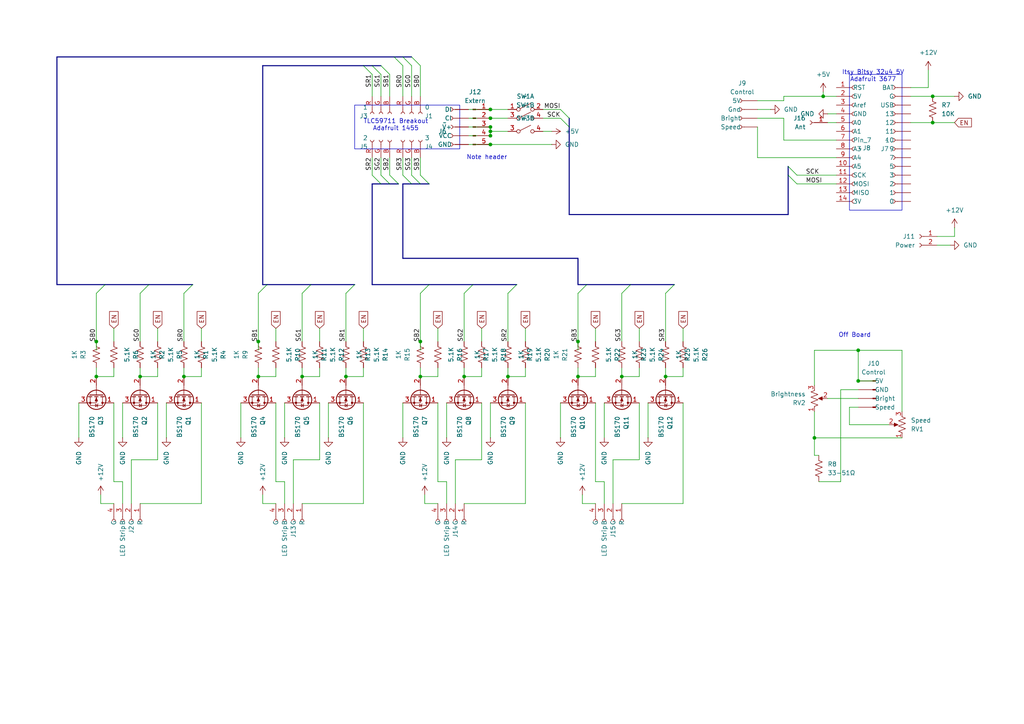
<source format=kicad_sch>
(kicad_sch (version 20231120) (generator "eeschema") (generator_version "8.0")
  (paper "A4")
  (lib_symbols
    (symbol "Conn_01x04_Socket_1" (pin_numbers hide) (pin_names (offset 1.016))
      (property "Reference" "J9" (at 1.27 0.0001 0))
      (property "Value" "Control" (at 1.27 -2.5399 0))
      (symbol "Conn_01x04_Socket_1_1_1"
        (pin passive line (at -5.08 2.54 0) (length 3.81) (name "5V") (number "1"))
        (pin passive line (at -5.08 0 0) (length 3.81) (name "Gnd") (number "2"))
        (pin passive line (at -5.08 -2.54 0) (length 3.81) (name "Bright") (number "3"))
        (pin passive line (at -5.08 -5.08 0) (length 3.81) (name "Speed") (number "4"))
      )
    )
    (symbol "Conn_01x14_Socket_1" (pin_numbers hide) (pin_names (offset 1.016))
      (property "Reference" "J7" (at 1.27 0.0001 0))
      (symbol "Conn_01x14_Socket_1_1_1"
        (pin power_in line (at -5.08 15.24 0) (length 3.81) (name "0") (number "1"))
        (pin passive line (at -5.08 -7.62 0) (length 3.81) (name "12") (number "10"))
        (pin passive line (at -5.08 -10.16 0) (length 3.81) (name "13") (number "11"))
        (pin passive line (at -5.08 -12.7 0) (length 3.81) (name "USB") (number "12"))
        (pin passive line (at -5.08 -15.24 0) (length 3.81) (name "G") (number "13"))
        (pin passive line (at -5.08 -17.78 0) (length 3.81) (name "BAT") (number "14"))
        (pin passive line (at -5.08 12.7 0) (length 3.81) (name "1") (number "2"))
        (pin passive line (at -5.08 10.16 0) (length 3.81) (name "2") (number "3"))
        (pin passive line (at -5.08 7.62 0) (length 3.81) (name "3") (number "4"))
        (pin passive line (at -5.08 5.08 0) (length 3.81) (name "5") (number "5"))
        (pin passive line (at -5.08 2.54 0) (length 3.81) (name "7") (number "6"))
        (pin passive line (at -5.08 0 0) (length 3.81) (name "9") (number "7"))
        (pin passive line (at -5.08 -2.54 0) (length 3.81) (name "10") (number "8"))
        (pin passive line (at -5.08 -5.08 0) (length 3.81) (name "11") (number "9"))
      )
    )
    (symbol "Connector:Conn_01x01_Socket" (pin_names (offset 1.016) hide)
      (property "Reference" "J" (at 0 2.54 0))
      (property "Value" "Conn_01x01_Socket" (at 0 -2.54 0))
      (symbol "Conn_01x01_Socket_1_1"
        (pin passive line (at -5.08 0 0) (length 3.81) (name "Pin_1") (number "1"))
      )
    )
    (symbol "Connector:Conn_01x02_Socket" (pin_names (offset 1.016) hide)
      (property "Reference" "J" (at 0 2.54 0))
      (property "Value" "Conn_01x02_Socket" (at 0 -5.08 0))
      (symbol "Conn_01x02_Socket_1_1"
        (pin passive line (at -5.08 0 0) (length 3.81) (name "Pin_1") (number "1"))
        (pin passive line (at -5.08 -2.54 0) (length 3.81) (name "Pin_2") (number "2"))
      )
    )
    (symbol "Connector:Conn_01x03_Socket" (pin_names (offset 1.016) hide)
      (property "Reference" "J1" (at 2.54 0 90))
      (property "Value" "0" (at 5.08 0 90))
      (symbol "Conn_01x03_Socket_1_1"
        (pin input line (at -5.08 -2.54 0) (length 3.81) (name "Pin_3") (number "B"))
        (pin input line (at -5.08 0 0) (length 3.81) (name "Pin_2") (number "G"))
        (pin input line (at -5.08 2.54 0) (length 3.81) (name "Pin_1") (number "R"))
      )
    )
    (symbol "Connector:Conn_01x04_Pin" (pin_numbers hide) (pin_names (offset 1.016))
      (property "Reference" "J10" (at 0.635 7.62 0))
      (property "Value" "Control" (at 0.635 5.08 0))
      (symbol "Conn_01x04_Pin_1_1"
        (pin passive line (at 5.08 2.54 180) (length 3.81) (name "5V") (number "1"))
        (pin passive line (at 5.08 0 180) (length 3.81) (name "GND") (number "2"))
        (pin passive line (at 5.08 -2.54 180) (length 3.81) (name "Bright") (number "3"))
        (pin passive line (at 5.08 -5.08 180) (length 3.81) (name "Speed") (number "4"))
      )
    )
    (symbol "Connector:Conn_01x04_Socket" (pin_names (offset 1.016))
      (property "Reference" "J2" (at 1.27 0.0001 0))
      (property "Value" "Conn_01x04_Socket" (at 1.27 -2.5399 0))
      (symbol "Conn_01x04_Socket_1_1"
        (pin passive line (at -5.08 2.54 0) (length 3.81) (name "R") (number "1"))
        (pin passive line (at -5.08 0 0) (length 3.81) (name "G") (number "2"))
        (pin passive line (at -5.08 -2.54 0) (length 3.81) (name "B") (number "3"))
        (pin passive line (at -5.08 -5.08 0) (length 3.81) (name "G") (number "4"))
      )
    )
    (symbol "Connector:Conn_01x05_Pin" (pin_names (offset 1.016) hide)
      (property "Reference" "J" (at 0 7.62 0))
      (property "Value" "Conn_01x05_Pin" (at 0 -7.62 0))
      (symbol "Conn_01x05_Pin_1_1"
        (pin passive line (at 5.08 5.08 180) (length 3.81) (name "Pin_1") (number "1"))
        (pin passive line (at 5.08 2.54 180) (length 3.81) (name "Pin_2") (number "2"))
        (pin passive line (at 5.08 0 180) (length 3.81) (name "Pin_3") (number "3"))
        (pin passive line (at 5.08 -2.54 180) (length 3.81) (name "Pin_4") (number "4"))
        (pin passive line (at 5.08 -5.08 180) (length 3.81) (name "Pin_5") (number "5"))
      )
    )
    (symbol "Connector:Conn_01x05_Socket" (pin_numbers hide) (pin_names (offset 1.016))
      (property "Reference" "J6" (at 1.27 1.2701 0))
      (symbol "Conn_01x05_Socket_1_1"
        (pin passive line (at -5.08 5.08 0) (length 3.81) (name "GND") (number "1"))
        (pin passive line (at -5.08 2.54 0) (length 3.81) (name "VCC") (number "2"))
        (pin passive line (at -5.08 0 0) (length 3.81) (name "V+") (number "3"))
        (pin passive line (at -5.08 -2.54 0) (length 3.81) (name "CI") (number "4"))
        (pin passive line (at -5.08 -5.08 0) (length 3.81) (name "DI") (number "5"))
      )
    )
    (symbol "Connector:Conn_01x14_Socket" (pin_names (offset 1.016))
      (property "Reference" "J8" (at 1.27 0.0001 0))
      (property "Value" "~" (at 1.27 -2.5399 0))
      (symbol "Conn_01x14_Socket_1_1"
        (pin passive line (at -5.08 15.24 0) (length 3.81) (name "RST") (number "1"))
        (pin passive line (at -5.08 -7.62 0) (length 3.81) (name "A5") (number "10"))
        (pin passive line (at -5.08 -10.16 0) (length 3.81) (name "SCK") (number "11"))
        (pin passive line (at -5.08 -12.7 0) (length 3.81) (name "MOSI") (number "12"))
        (pin passive line (at -5.08 -15.24 0) (length 3.81) (name "MISO") (number "13"))
        (pin passive line (at -5.08 -17.78 0) (length 3.81) (name "3V") (number "14"))
        (pin passive line (at -5.08 12.7 0) (length 3.81) (name "5V") (number "2"))
        (pin passive line (at -5.08 10.16 0) (length 3.81) (name "Aref") (number "3"))
        (pin passive line (at -5.08 7.62 0) (length 3.81) (name "GND") (number "4"))
        (pin passive line (at -5.08 5.08 0) (length 3.81) (name "A0") (number "5"))
        (pin passive line (at -5.08 2.54 0) (length 3.81) (name "A1") (number "6"))
        (pin passive line (at -5.08 0 0) (length 3.81) (name "Pin_7") (number "7"))
        (pin passive line (at -5.08 -2.54 0) (length 3.81) (name "A3") (number "8"))
        (pin passive line (at -5.08 -5.08 0) (length 3.81) (name "A4") (number "9"))
      )
    )
    (symbol "Device:R_Potentiometer_US" (pin_names (offset 1.016) hide)
      (property "Reference" "RV" (at -4.445 0 90))
      (property "Value" "R_Potentiometer_US" (at -2.54 0 90))
      (symbol "R_Potentiometer_US_1_1"
        (pin passive line (at 0 3.81 270) (length 1.27) (name "1") (number "1"))
        (pin passive line (at 3.81 0 180) (length 1.27) (name "2") (number "2"))
        (pin passive line (at 0 -3.81 90) (length 1.27) (name "3") (number "3"))
      )
    )
    (symbol "Device:R_US" (pin_numbers hide) (pin_names (offset 0))
      (property "Reference" "R" (at 2.54 0 90))
      (property "Value" "R_US" (at -2.54 0 90))
      (symbol "R_US_1_1"
        (pin passive line (at 0 3.81 270) (length 1.27) (name "~") (number "1"))
        (pin passive line (at 0 -3.81 90) (length 1.27) (name "~") (number "2"))
      )
    )
    (symbol "Switch:SW_DPST_x2" (pin_names (offset 0) hide)
      (property "Reference" "SW" (at 0 3.175 0))
      (property "Value" "SW_DPST_x2" (at 0 -2.54 0))
      (symbol "SW_DPST_x2_1_1"
        (pin passive line (at -5.08 0 0) (length 2.54) (name "A") (number "1"))
        (pin passive line (at 5.08 0 180) (length 2.54) (name "B") (number "2"))
      )
      (symbol "SW_DPST_x2_2_1"
        (pin passive line (at -5.08 0 0) (length 2.54) (name "A") (number "3"))
        (pin passive line (at 5.08 0 180) (length 2.54) (name "B") (number "4"))
      )
    )
    (symbol "Transistor_FET:BS170" (pin_names hide)
      (property "Reference" "Q" (at 5.08 1.905 0))
      (property "Value" "BS170" (at 5.08 0 0))
      (symbol "BS170_1_1"
        (pin passive line (at 2.54 5.08 270) (length 2.54) (name "D") (number "1"))
        (pin input line (at -5.08 0 0) (length 2.54) (name "G") (number "2"))
        (pin passive line (at 2.54 -5.08 90) (length 2.54) (name "S") (number "3"))
      )
    )
    (symbol "power:+12V" (power) (pin_numbers hide) (pin_names (offset 0) hide)
      (property "Value" "+12V" (at 0 3.556 0))
      (symbol "+12V_1_1"
        (pin power_in line (at 0 0 90) (length 0) (name "~") (number "1"))
      )
    )
    (symbol "power:+5V" (power) (pin_numbers hide) (pin_names (offset 0) hide)
      (property "Value" "+5V" (at 0 3.556 0))
      (symbol "+5V_1_1"
        (pin power_in line (at 0 0 90) (length 0) (name "~") (number "1"))
      )
    )
    (symbol "power:GND" (power) (pin_numbers hide) (pin_names (offset 0) hide)
      (property "Value" "GND" (at 0 -3.81 0))
      (symbol "GND_1_1"
        (pin power_in line (at 0 0 270) (length 0) (name "~") (number "1"))
      )
    )
  )
  (junction (at 142.24 36.83))
  (junction (at 238.76 27.94))
  (junction (at 142.24 38.1))
  (junction (at 74.93 99.06))
  (junction (at 147.32 109.22))
  (junction (at 180.34 109.22))
  (junction (at 142.24 31.75))
  (junction (at 248.92 110.49))
  (junction (at 53.34 109.22))
  (junction (at 121.92 99.06))
  (junction (at 142.24 39.37))
  (junction (at 40.64 109.22))
  (junction (at 167.64 109.22))
  (junction (at 142.24 41.91))
  (junction (at 167.64 99.06))
  (junction (at 270.51 27.94))
  (junction (at 74.93 109.22))
  (junction (at 27.94 109.22))
  (junction (at 270.51 35.56))
  (junction (at 134.62 109.22))
  (junction (at 193.04 109.22))
  (junction (at 27.94 99.06))
  (junction (at 236.22 127))
  (junction (at 142.24 34.29))
  (junction (at 87.63 109.22))
  (junction (at 121.92 109.22))
  (junction (at 100.33 109.22))
  (junction (at 248.92 101.6))
  (bus_entry (at 228.6 50.8) (size 2.54 2.54))
  (bus_entry (at 165.1 34.29) (size -2.54 -2.54))
  (bus_entry (at 105.41 19.05) (size 2.54 2.54))
  (bus_entry (at 102.87 82.55) (size -2.54 2.54))
  (bus_entry (at 116.84 19.05) (size -2.54 -2.54))
  (bus_entry (at 43.18 82.55) (size -2.54 2.54))
  (bus_entry (at 121.92 19.05) (size -2.54 -2.54))
  (bus_entry (at 170.18 82.55) (size -2.54 2.54))
  (bus_entry (at 30.48 82.55) (size -2.54 2.54))
  (bus_entry (at 119.38 50.8) (size 2.54 2.54))
  (bus_entry (at 110.49 50.8) (size 2.54 2.54))
  (bus_entry (at 195.58 82.55) (size -2.54 2.54))
  (bus_entry (at 116.84 50.8) (size 2.54 2.54))
  (bus_entry (at 55.88 82.55) (size -2.54 2.54))
  (bus_entry (at 107.95 19.05) (size 2.54 2.54))
  (bus_entry (at 121.92 50.8) (size 2.54 2.54))
  (bus_entry (at 119.38 19.05) (size -2.54 -2.54))
  (bus_entry (at 228.6 48.26) (size 2.54 2.54))
  (bus_entry (at 113.03 50.8) (size 2.54 2.54))
  (bus_entry (at 77.47 82.55) (size -2.54 2.54))
  (bus_entry (at 90.17 82.55) (size -2.54 2.54))
  (bus_entry (at 182.88 82.55) (size -2.54 2.54))
  (bus_entry (at 165.1 36.83) (size -2.54 -2.54))
  (bus_entry (at 110.49 19.05) (size 2.54 2.54))
  (bus_entry (at 149.86 82.55) (size -2.54 2.54))
  (bus_entry (at 124.46 82.55) (size -2.54 2.54))
  (bus_entry (at 137.16 82.55) (size -2.54 2.54))
  (bus_entry (at 107.95 50.8) (size 2.54 2.54))
  (wire (pts (xy 127 139.7) (xy 129.54 139.7)))
  (wire (pts (xy 180.34 85.09) (xy 180.34 99.06)))
  (wire (pts (xy 167.64 106.68) (xy 167.64 109.22)))
  (wire (pts (xy 92.71 106.68) (xy 92.71 109.22)))
  (wire (pts (xy 116.84 116.84) (xy 116.84 127)))
  (wire (pts (xy 58.42 99.06) (xy 58.42 95.25)))
  (wire (pts (xy 107.95 21.59) (xy 107.95 27.94)))
  (wire (pts (xy 121.92 27.94) (xy 121.92 19.05)))
  (bus (pts (xy 55.88 82.55) (xy 43.18 82.55)))
  (wire (pts (xy 95.25 127) (xy 95.25 116.84)))
  (bus (pts (xy 102.87 82.55) (xy 90.17 82.55)))
  (wire (pts (xy 121.92 45.72) (xy 121.92 50.8)))
  (wire (pts (xy 45.72 109.22) (xy 40.64 109.22)))
  (wire (pts (xy 80.01 106.68) (xy 80.01 109.22)))
  (wire (pts (xy 240.03 35.56) (xy 242.57 35.56)))
  (wire (pts (xy 177.8 133.35) (xy 185.42 133.35)))
  (wire (pts (xy 116.84 45.72) (xy 116.84 50.8)))
  (wire (pts (xy 264.16 27.94) (xy 270.51 27.94)))
  (bus (pts (xy 110.49 53.34) (xy 113.03 53.34)))
  (wire (pts (xy 276.86 68.58) (xy 276.86 66.04)))
  (wire (pts (xy 105.41 116.84) (xy 105.41 146.05)))
  (bus (pts (xy 107.95 19.05) (xy 110.49 19.05)))
  (wire (pts (xy 162.56 31.75) (xy 157.48 31.75)))
  (wire (pts (xy 147.32 38.1) (xy 142.24 38.1)))
  (wire (pts (xy 29.21 146.05) (xy 33.02 146.05)))
  (wire (pts (xy 121.92 85.09) (xy 121.92 99.06)))
  (wire (pts (xy 246.38 123.19) (xy 246.38 118.11)))
  (bus (pts (xy 165.1 62.23) (xy 165.1 36.83)))
  (wire (pts (xy 40.64 85.09) (xy 40.64 99.06)))
  (bus (pts (xy 182.88 82.55) (xy 170.18 82.55)))
  (wire (pts (xy 135.89 39.37) (xy 142.24 39.37)))
  (bus (pts (xy 165.1 62.23) (xy 228.6 62.23)))
  (wire (pts (xy 248.92 101.6) (xy 248.92 110.49)))
  (bus (pts (xy 105.41 19.05) (xy 107.95 19.05)))
  (bus (pts (xy 30.48 82.55) (xy 16.51 82.55)))
  (bus (pts (xy 76.2 82.55) (xy 76.2 19.05)))
  (wire (pts (xy 123.19 143.51) (xy 123.19 146.05)))
  (wire (pts (xy 248.92 101.6) (xy 261.62 101.6)))
  (wire (pts (xy 175.26 139.7) (xy 175.26 146.05)))
  (wire (pts (xy 129.54 139.7) (xy 129.54 146.05)))
  (bus (pts (xy 121.92 53.34) (xy 124.46 53.34)))
  (wire (pts (xy 119.38 27.94) (xy 119.38 19.05)))
  (wire (pts (xy 58.42 116.84) (xy 58.42 146.05)))
  (wire (pts (xy 139.7 109.22) (xy 134.62 109.22)))
  (bus (pts (xy 119.38 53.34) (xy 121.92 53.34)))
  (wire (pts (xy 100.33 106.68) (xy 100.33 109.22)))
  (wire (pts (xy 40.64 106.68) (xy 40.64 109.22)))
  (wire (pts (xy 129.54 116.84) (xy 129.54 127)))
  (wire (pts (xy 22.86 116.84) (xy 22.86 127)))
  (wire (pts (xy 198.12 106.68) (xy 198.12 109.22)))
  (wire (pts (xy 116.84 27.94) (xy 116.84 19.05)))
  (wire (pts (xy 105.41 146.05) (xy 87.63 146.05)))
  (wire (pts (xy 142.24 41.91) (xy 160.02 41.91)))
  (wire (pts (xy 219.71 31.75) (xy 223.52 31.75)))
  (bus (pts (xy 107.95 82.55) (xy 124.46 82.55)))
  (wire (pts (xy 48.26 127) (xy 48.26 116.84)))
  (wire (pts (xy 147.32 31.75) (xy 142.24 31.75)))
  (wire (pts (xy 74.93 85.09) (xy 74.93 99.06)))
  (wire (pts (xy 157.48 38.1) (xy 160.02 38.1)))
  (bus (pts (xy 116.84 53.34) (xy 119.38 53.34)))
  (wire (pts (xy 271.78 71.12) (xy 275.59 71.12)))
  (wire (pts (xy 185.42 133.35) (xy 185.42 116.84)))
  (wire (pts (xy 87.63 106.68) (xy 87.63 109.22)))
  (wire (pts (xy 58.42 109.22) (xy 53.34 109.22)))
  (wire (pts (xy 219.71 29.21) (xy 227.33 29.21)))
  (bus (pts (xy 43.18 82.55) (xy 30.48 82.55)))
  (wire (pts (xy 269.24 20.32) (xy 269.24 25.4)))
  (wire (pts (xy 132.08 146.05) (xy 132.08 133.35)))
  (wire (pts (xy 172.72 116.84) (xy 172.72 139.7)))
  (wire (pts (xy 110.49 45.72) (xy 110.49 50.8)))
  (wire (pts (xy 243.84 113.03) (xy 248.92 113.03)))
  (wire (pts (xy 152.4 146.05) (xy 134.62 146.05)))
  (wire (pts (xy 172.72 139.7) (xy 175.26 139.7)))
  (wire (pts (xy 80.01 109.22) (xy 74.93 109.22)))
  (bus (pts (xy 165.1 36.83) (xy 165.1 34.29)))
  (wire (pts (xy 69.85 116.84) (xy 69.85 127)))
  (bus (pts (xy 228.6 48.26) (xy 228.6 50.8)))
  (bus (pts (xy 77.47 82.55) (xy 76.2 82.55)))
  (wire (pts (xy 162.56 116.84) (xy 162.56 127)))
  (wire (pts (xy 76.2 146.05) (xy 80.01 146.05)))
  (wire (pts (xy 74.93 101.6) (xy 74.93 99.06)))
  (wire (pts (xy 80.01 139.7) (xy 82.55 139.7)))
  (wire (pts (xy 80.01 95.25) (xy 80.01 99.06)))
  (wire (pts (xy 142.24 31.75) (xy 135.89 31.75)))
  (wire (pts (xy 167.64 101.6) (xy 167.64 99.06)))
  (wire (pts (xy 45.72 106.68) (xy 45.72 109.22)))
  (wire (pts (xy 264.16 35.56) (xy 270.51 35.56)))
  (wire (pts (xy 142.24 34.29) (xy 147.32 34.29)))
  (bus (pts (xy 228.6 62.23) (xy 228.6 50.8)))
  (wire (pts (xy 167.64 85.09) (xy 167.64 99.06)))
  (wire (pts (xy 29.21 143.51) (xy 29.21 146.05)))
  (wire (pts (xy 269.24 25.4) (xy 264.16 25.4)))
  (wire (pts (xy 119.38 45.72) (xy 119.38 50.8)))
  (bus (pts (xy 90.17 82.55) (xy 77.47 82.55)))
  (wire (pts (xy 175.26 116.84) (xy 175.26 127)))
  (wire (pts (xy 198.12 99.06) (xy 198.12 95.25)))
  (wire (pts (xy 110.49 21.59) (xy 110.49 27.94)))
  (wire (pts (xy 152.4 99.06) (xy 152.4 95.25)))
  (bus (pts (xy 167.64 82.55) (xy 170.18 82.55)))
  (wire (pts (xy 105.41 109.22) (xy 100.33 109.22)))
  (wire (pts (xy 219.71 36.83) (xy 219.71 45.72)))
  (wire (pts (xy 92.71 133.35) (xy 92.71 116.84)))
  (wire (pts (xy 123.19 146.05) (xy 127 146.05)))
  (wire (pts (xy 92.71 95.25) (xy 92.71 99.06)))
  (wire (pts (xy 134.62 85.09) (xy 134.62 99.06)))
  (wire (pts (xy 236.22 101.6) (xy 236.22 111.76)))
  (wire (pts (xy 180.34 106.68) (xy 180.34 109.22)))
  (wire (pts (xy 198.12 116.84) (xy 198.12 146.05)))
  (bus (pts (xy 195.58 82.55) (xy 182.88 82.55)))
  (wire (pts (xy 168.91 143.51) (xy 168.91 146.05)))
  (wire (pts (xy 236.22 132.08) (xy 237.49 132.08)))
  (wire (pts (xy 236.22 127) (xy 236.22 132.08)))
  (wire (pts (xy 198.12 109.22) (xy 193.04 109.22)))
  (bus (pts (xy 107.95 53.34) (xy 110.49 53.34)))
  (wire (pts (xy 147.32 106.68) (xy 147.32 109.22)))
  (wire (pts (xy 227.33 34.29) (xy 227.33 40.64)))
  (wire (pts (xy 53.34 106.68) (xy 53.34 109.22)))
  (wire (pts (xy 27.94 106.68) (xy 27.94 109.22)))
  (wire (pts (xy 227.33 29.21) (xy 227.33 27.94)))
  (bus (pts (xy 116.84 53.34) (xy 116.84 74.93)))
  (wire (pts (xy 127 95.25) (xy 127 99.06)))
  (wire (pts (xy 187.96 127) (xy 187.96 116.84)))
  (wire (pts (xy 157.48 34.29) (xy 162.56 34.29)))
  (wire (pts (xy 58.42 106.68) (xy 58.42 109.22)))
  (wire (pts (xy 85.09 146.05) (xy 85.09 133.35)))
  (bus (pts (xy 116.84 74.93) (xy 167.64 74.93)))
  (wire (pts (xy 238.76 27.94) (xy 242.57 27.94)))
  (wire (pts (xy 261.62 119.38) (xy 261.62 101.6)))
  (wire (pts (xy 147.32 85.09) (xy 147.32 99.06)))
  (wire (pts (xy 172.72 106.68) (xy 172.72 109.22)))
  (wire (pts (xy 185.42 95.25) (xy 185.42 99.06)))
  (wire (pts (xy 142.24 38.1) (xy 142.24 39.37)))
  (wire (pts (xy 219.71 45.72) (xy 242.57 45.72)))
  (wire (pts (xy 236.22 101.6) (xy 248.92 101.6)))
  (wire (pts (xy 74.93 106.68) (xy 74.93 109.22)))
  (wire (pts (xy 142.24 36.83) (xy 142.24 38.1)))
  (wire (pts (xy 132.08 133.35) (xy 139.7 133.35)))
  (wire (pts (xy 152.4 116.84) (xy 152.4 146.05)))
  (wire (pts (xy 38.1 146.05) (xy 38.1 133.35)))
  (wire (pts (xy 227.33 27.94) (xy 238.76 27.94)))
  (bus (pts (xy 119.38 16.51) (xy 116.84 16.51)))
  (wire (pts (xy 231.14 53.34) (xy 242.57 53.34)))
  (wire (pts (xy 246.38 118.11) (xy 248.92 118.11)))
  (wire (pts (xy 33.02 106.68) (xy 33.02 109.22)))
  (wire (pts (xy 177.8 146.05) (xy 177.8 133.35)))
  (bus (pts (xy 16.51 16.51) (xy 114.3 16.51)))
  (wire (pts (xy 113.03 45.72) (xy 113.03 50.8)))
  (wire (pts (xy 113.03 21.59) (xy 113.03 27.94)))
  (bus (pts (xy 137.16 82.55) (xy 124.46 82.55)))
  (wire (pts (xy 185.42 109.22) (xy 180.34 109.22)))
  (wire (pts (xy 53.34 85.09) (xy 53.34 99.06)))
  (bus (pts (xy 76.2 19.05) (xy 105.41 19.05)))
  (wire (pts (xy 172.72 95.25) (xy 172.72 99.06)))
  (wire (pts (xy 80.01 116.84) (xy 80.01 139.7)))
  (bus (pts (xy 149.86 82.55) (xy 137.16 82.55)))
  (wire (pts (xy 139.7 106.68) (xy 139.7 109.22)))
  (wire (pts (xy 82.55 139.7) (xy 82.55 146.05)))
  (bus (pts (xy 167.64 74.93) (xy 167.64 82.55)))
  (wire (pts (xy 27.94 85.09) (xy 27.94 99.06)))
  (wire (pts (xy 127 106.68) (xy 127 109.22)))
  (wire (pts (xy 127 116.84) (xy 127 139.7)))
  (wire (pts (xy 227.33 40.64) (xy 242.57 40.64)))
  (wire (pts (xy 45.72 95.25) (xy 45.72 99.06)))
  (wire (pts (xy 107.95 45.72) (xy 107.95 50.8)))
  (wire (pts (xy 198.12 146.05) (xy 180.34 146.05)))
  (wire (pts (xy 238.76 27.94) (xy 238.76 26.67)))
  (wire (pts (xy 139.7 133.35) (xy 139.7 116.84)))
  (wire (pts (xy 33.02 109.22) (xy 27.94 109.22)))
  (wire (pts (xy 87.63 85.09) (xy 87.63 99.06)))
  (wire (pts (xy 82.55 116.84) (xy 82.55 127)))
  (wire (pts (xy 58.42 146.05) (xy 40.64 146.05)))
  (wire (pts (xy 35.56 139.7) (xy 35.56 146.05)))
  (wire (pts (xy 142.24 127) (xy 142.24 116.84)))
  (bus (pts (xy 114.3 16.51) (xy 116.84 16.51)))
  (wire (pts (xy 105.41 99.06) (xy 105.41 95.25)))
  (wire (pts (xy 121.92 106.68) (xy 121.92 109.22)))
  (bus (pts (xy 16.51 16.51) (xy 16.51 82.55)))
  (wire (pts (xy 254 110.49) (xy 248.92 110.49)))
  (wire (pts (xy 261.62 127) (xy 236.22 127)))
  (wire (pts (xy 193.04 85.09) (xy 193.04 99.06)))
  (wire (pts (xy 270.51 35.56) (xy 276.86 35.56)))
  (wire (pts (xy 33.02 95.25) (xy 33.02 99.06)))
  (wire (pts (xy 105.41 106.68) (xy 105.41 109.22)))
  (bus (pts (xy 107.95 82.55) (xy 107.95 53.34)))
  (wire (pts (xy 236.22 119.38) (xy 236.22 127)))
  (wire (pts (xy 231.14 50.8) (xy 242.57 50.8)))
  (wire (pts (xy 135.89 34.29) (xy 142.24 34.29)))
  (wire (pts (xy 193.04 106.68) (xy 193.04 109.22)))
  (wire (pts (xy 134.62 106.68) (xy 134.62 109.22)))
  (wire (pts (xy 246.38 123.19) (xy 257.81 123.19)))
  (wire (pts (xy 168.91 146.05) (xy 172.72 146.05)))
  (wire (pts (xy 276.86 27.94) (xy 270.51 27.94)))
  (wire (pts (xy 139.7 95.25) (xy 139.7 99.06)))
  (wire (pts (xy 76.2 143.51) (xy 76.2 146.05)))
  (wire (pts (xy 237.49 139.7) (xy 243.84 139.7)))
  (wire (pts (xy 27.94 101.6) (xy 27.94 99.06)))
  (wire (pts (xy 127 109.22) (xy 121.92 109.22)))
  (wire (pts (xy 185.42 106.68) (xy 185.42 109.22)))
  (wire (pts (xy 142.24 36.83) (xy 135.89 36.83)))
  (wire (pts (xy 172.72 109.22) (xy 167.64 109.22)))
  (wire (pts (xy 271.78 68.58) (xy 276.86 68.58)))
  (wire (pts (xy 135.89 41.91) (xy 142.24 41.91)))
  (wire (pts (xy 100.33 85.09) (xy 100.33 99.06)))
  (wire (pts (xy 219.71 34.29) (xy 227.33 34.29)))
  (wire (pts (xy 240.03 33.02) (xy 242.57 33.02)))
  (wire (pts (xy 152.4 106.68) (xy 152.4 109.22)))
  (bus (pts (xy 113.03 53.34) (xy 115.57 53.34)))
  (wire (pts (xy 35.56 116.84) (xy 35.56 127)))
  (wire (pts (xy 38.1 133.35) (xy 45.72 133.35)))
  (wire (pts (xy 240.03 115.57) (xy 248.92 115.57)))
  (wire (pts (xy 33.02 139.7) (xy 35.56 139.7)))
  (wire (pts (xy 121.92 101.6) (xy 121.92 99.06)))
  (wire (pts (xy 92.71 109.22) (xy 87.63 109.22)))
  (wire (pts (xy 85.09 133.35) (xy 92.71 133.35)))
  (wire (pts (xy 243.84 139.7) (xy 243.84 113.03)))
  (wire (pts (xy 33.02 116.84) (xy 33.02 139.7)))
  (wire (pts (xy 45.72 133.35) (xy 45.72 116.84)))
  (wire (pts (xy 152.4 109.22) (xy 147.32 109.22)))
  (rectangle (start 133.35 43.18) (end 102.87 30.48))
  (rectangle (start 246.38 21.59) (end 261.62 60.96))
  (text "TLC59711 Breakout\nAdafruit 1455" (at 114.808 36.322 0) (effects (font (size 1.27 1.27))))
  (text "Itsy Bitsy 32u4 5V\nAdafruit 3677\n" (at 253.238 22.098 0) (effects (font (size 1.27 1.27))))
  (text "Note header" (at 141.224 45.72 0) (effects (font (size 1.27 1.27))))
  (text "Off Board" (at 247.904 97.282 0) (effects (font (size 1.27 1.27))))
  (label "SB3" (at 121.92 49.53 90))
  (label "SB2" (at 113.03 49.53 90))
  (label "SG3" (at 119.38 49.53 90))
  (label "MOSI" (at 162.56 31.75 180))
  (label "SR1" (at 107.95 25.4 90))
  (label "SR0" (at 53.34 95.25 270))
  (label "SB2" (at 121.92 95.25 270))
  (label "SG1" (at 87.63 95.25 270))
  (label "SG1" (at 110.49 25.4 90))
  (label "SR2" (at 107.95 49.53 90))
  (label "SR3" (at 193.04 95.25 270))
  (label "SCK" (at 162.56 34.29 180))
  (label "SB3" (at 167.64 95.25 270))
  (label "SB0" (at 121.92 21.59 270))
  (label "SR1" (at 100.33 95.25 270))
  (label "SR2" (at 147.32 95.25 270))
  (label "SR0" (at 116.84 21.59 270))
  (label "SG2" (at 110.49 49.53 90))
  (label "SG0" (at 119.38 21.59 270))
  (label "SCK" (at 233.68 50.8 0))
  (label "SB0" (at 27.94 95.25 270))
  (label "SR3" (at 116.84 49.53 90))
  (label "SG0" (at 40.64 95.25 270))
  (label "MOSI" (at 233.68 53.34 0))
  (label "SB1" (at 113.03 25.4 90))
  (label "SG2" (at 134.62 95.25 270))
  (label "SB1" (at 74.93 95.25 270))
  (label "SG3" (at 180.34 95.25 270))
  (global_label "EN" (shape input) (at 105.41 95.25 90) (property "Intersheetrefs" "${INTERSHEET_REFS}" (effects (hide yes))))
  (global_label "EN" (shape input) (at 92.71 95.25 90) (property "Intersheetrefs" "${INTERSHEET_REFS}" (effects (hide yes))))
  (global_label "EN" (shape input) (at 33.02 95.25 90) (property "Intersheetrefs" "${INTERSHEET_REFS}" (effects (hide yes))))
  (global_label "EN" (shape input) (at 198.12 95.25 90) (property "Intersheetrefs" "${INTERSHEET_REFS}" (effects (hide yes))))
  (global_label "EN" (shape input) (at 185.42 95.25 90) (property "Intersheetrefs" "${INTERSHEET_REFS}" (effects (hide yes))))
  (global_label "EN" (shape input) (at 127 95.25 90) (property "Intersheetrefs" "${INTERSHEET_REFS}" (effects (hide yes))))
  (global_label "EN" (shape input) (at 152.4 95.25 90) (property "Intersheetrefs" "${INTERSHEET_REFS}" (effects (hide yes))))
  (global_label "EN" (shape input) (at 139.7 95.25 90) (property "Intersheetrefs" "${INTERSHEET_REFS}" (effects (hide yes))))
  (global_label "EN" (shape input) (at 172.72 95.25 90) (property "Intersheetrefs" "${INTERSHEET_REFS}" (effects (hide yes))))
  (global_label "EN" (shape input) (at 276.86 35.56 0) (property "Intersheetrefs" "${INTERSHEET_REFS}" (effects (hide yes))))
  (global_label "EN" (shape input) (at 80.01 95.25 90) (property "Intersheetrefs" "${INTERSHEET_REFS}" (effects (hide yes))))
  (global_label "EN" (shape input) (at 45.72 95.25 90) (property "Intersheetrefs" "${INTERSHEET_REFS}" (effects (hide yes))))
  (global_label "EN" (shape input) (at 58.42 95.25 90) (property "Intersheetrefs" "${INTERSHEET_REFS}" (effects (hide yes))))
  (symbol (lib_id "Switch:SW_DPST_x2") (at 152.4 34.29 0) (unit 2)
    (property "Reference" "SW1" (at 152.4 30.48 0))
    (property "Value" "~" (at 152.4 30.48 0))
    (property "Description" "Single Pole Single Throw (SPST) switch, separate symbol" (effects (hide yes)))
  )
  (symbol (lib_id "Device:R_Potentiometer_US") (at 236.22 115.57 0) (mirror x) (unit 1)
    (property "Reference" "RV2" (at 233.68 116.8401 0) (effects (justify right)))
    (property "Value" "Brightness" (at 233.68 114.3001 0) (effects (justify right)))
    (property "Description" "Potentiometer, US symbol" (effects (hide yes)))
  )
  (symbol (lib_id "power:GND") (at 129.54 127 0) (mirror y) (unit 1)
    (property "Reference" "#PWR020" (effects (hide yes)))
    (property "Value" "GND" (at 129.5401 130.81 90) (effects (justify right)))
    (property "Description" "Power symbol creates a global label with name \"GND\" , ground" (effects (hide yes)))
  )
  (symbol (lib_id "Device:R_US") (at 237.49 135.89 180) (unit 1)
    (property "Reference" "R8" (at 240.03 134.6199 0) (effects (justify right)))
    (property "Value" "33-51Ω" (at 240.03 137.1599 0) (effects (justify right)))
    (property "Description" "Resistor, US symbol" (effects (hide yes)))
  )
  (symbol (lib_id "Connector:Conn_01x02_Socket") (at 266.7 68.58 0) (mirror y) (unit 1)
    (property "Reference" "J11" (at 265.43 68.5799 0) (effects (justify left)))
    (property "Value" "Power" (at 265.43 71.1199 0) (effects (justify left)))
    (property "Description" "Generic connector, single row, 01x02, script generated" (effects (hide yes)))
  )
  (symbol (lib_id "Device:R_US") (at 92.71 102.87 180) (unit 1)
    (property "Reference" "R12" (at 99.06 102.87 90))
    (property "Value" "5.1K" (at 96.52 102.87 90))
    (property "Description" "Resistor, US symbol" (effects (hide yes)))
  )
  (symbol (lib_id "Device:R_US") (at 45.72 102.87 180) (unit 1)
    (property "Reference" "R5" (at 52.07 102.87 90))
    (property "Value" "5.1K" (at 49.53 102.87 90))
    (property "Description" "Resistor, US symbol" (effects (hide yes)))
  )
  (symbol (lib_id "power:GND") (at 142.24 127 0) (mirror y) (unit 1)
    (property "Reference" "#PWR021" (effects (hide yes)))
    (property "Value" "GND" (at 142.2401 130.81 90) (effects (justify right)))
    (property "Description" "Power symbol creates a global label with name \"GND\" , ground" (effects (hide yes)))
  )
  (symbol (lib_id "Transistor_FET:BS170") (at 40.64 114.3 270) (unit 1)
    (property "Reference" "Q2" (at 41.9101 120.65 0) (effects (justify left)))
    (property "Value" "BS170" (at 39.3701 120.65 0) (effects (justify left)))
    (property "Footprint" "Package_TO_SOT_THT:TO-92_Inline" (effects (hide yes)))
    (property "Datasheet" "https://www.onsemi.com/pub/Collateral/BS170-D.PDF" (effects (hide yes)))
    (property "Description" "0.5A Id, 60V Vds, N-Channel MOSFET, TO-92" (effects (hide yes)))
  )
  (symbol (lib_id "Device:R_US") (at 198.12 102.87 180) (unit 1)
    (property "Reference" "R26" (at 204.47 102.87 90))
    (property "Value" "5.1K" (at 201.93 102.87 90))
    (property "Description" "Resistor, US symbol" (effects (hide yes)))
  )
  (symbol (lib_id "Device:R_US") (at 152.4 102.87 180) (unit 1)
    (property "Reference" "R20" (at 158.75 102.87 90))
    (property "Value" "5.1K" (at 156.21 102.87 90))
    (property "Description" "Resistor, US symbol" (effects (hide yes)))
  )
  (symbol (lib_id "Transistor_FET:BS170") (at 27.94 114.3 270) (unit 1)
    (property "Reference" "Q3" (at 29.2101 120.65 0) (effects (justify left)))
    (property "Value" "BS170" (at 26.6701 120.65 0) (effects (justify left)))
    (property "Footprint" "Package_TO_SOT_THT:TO-92_Inline" (effects (hide yes)))
    (property "Datasheet" "https://www.onsemi.com/pub/Collateral/BS170-D.PDF" (effects (hide yes)))
    (property "Description" "0.5A Id, 60V Vds, N-Channel MOSFET, TO-92" (effects (hide yes)))
  )
  (symbol (lib_id "power:GND") (at 82.55 127 0) (mirror y) (unit 1)
    (property "Reference" "#PWR016" (effects (hide yes)))
    (property "Value" "GND" (at 82.5501 130.81 90) (effects (justify right)))
    (property "Description" "Power symbol creates a global label with name \"GND\" , ground" (effects (hide yes)))
  )
  (symbol (lib_id "Connector:Conn_01x03_Socket") (at 119.38 40.64 90) (unit 1)
    (property "Reference" "J4" (at 123.19 42.5451 90) (effects (justify right)))
    (property "Value" "3" (at 123.19 40.0051 90) (effects (justify right)))
    (property "Description" "Generic connector, single row, 01x03, script generated" (effects (hide yes)))
  )
  (symbol (lib_id "Device:R_US") (at 167.64 102.87 180) (unit 1)
    (property "Reference" "R21" (at 163.83 102.87 90))
    (property "Value" "1K" (at 161.29 102.87 90))
    (property "Description" "Resistor, US symbol" (effects (hide yes)))
  )
  (symbol (lib_id "Switch:SW_DPST_x2") (at 152.4 38.1 0) (unit 2)
    (property "Reference" "SW3" (at 152.4 34.29 0))
    (property "Value" "~" (at 152.4 34.29 0))
    (property "Description" "Single Pole Single Throw (SPST) switch, separate symbol" (effects (hide yes)))
  )
  (symbol (lib_id "Connector:Conn_01x03_Socket") (at 110.49 33.02 90) (mirror x) (unit 1)
    (property "Reference" "J3" (at 106.68 33.6551 90) (effects (justify left)))
    (property "Value" "1" (at 106.68 31.1151 90) (effects (justify left)))
    (property "Description" "Generic connector, single row, 01x03, script generated" (effects (hide yes)))
  )
  (symbol (lib_id "Device:R_US") (at 185.42 102.87 180) (unit 1)
    (property "Reference" "R24" (at 191.77 102.87 90))
    (property "Value" "5.1K" (at 189.23 102.87 90))
    (property "Description" "Resistor, US symbol" (effects (hide yes)))
  )
  (symbol (lib_id "power:+12V") (at 276.86 66.04 0) (unit 1)
    (property "Reference" "#PWR012" (effects (hide yes)))
    (property "Value" "+12V" (at 276.86 60.96 0))
    (property "Description" "Power symbol creates a global label with name \"+12V\"" (effects (hide yes)))
  )
  (symbol (lib_id "Device:R_US") (at 74.93 102.87 180) (unit 1)
    (property "Reference" "R9" (at 71.12 102.87 90))
    (property "Value" "1K" (at 68.58 102.87 90))
    (property "Description" "Resistor, US symbol" (effects (hide yes)))
  )
  (symbol (lib_id "Device:R_US") (at 139.7 102.87 180) (unit 1)
    (property "Reference" "R18" (at 146.05 102.87 90))
    (property "Value" "5.1K" (at 143.51 102.87 90))
    (property "Description" "Resistor, US symbol" (effects (hide yes)))
  )
  (symbol (lib_id "Device:R_US") (at 80.01 102.87 180) (unit 1)
    (property "Reference" "R10" (at 86.36 102.87 90))
    (property "Value" "5.1K" (at 83.82 102.87 90))
    (property "Description" "Resistor, US symbol" (effects (hide yes)))
  )
  (symbol (lib_id "power:GND") (at 160.02 41.91 90) (unit 1)
    (property "Reference" "#PWR05" (effects (hide yes)))
    (property "Value" "GND" (at 163.83 41.9101 90) (effects (justify right)))
    (property "Description" "Power symbol creates a global label with name \"GND\" , ground" (effects (hide yes)))
  )
  (symbol (lib_id "Transistor_FET:BS170") (at 134.62 114.3 270) (unit 1)
    (property "Reference" "Q8" (at 135.8901 120.65 0) (effects (justify left)))
    (property "Value" "BS170" (at 133.3501 120.65 0) (effects (justify left)))
    (property "Footprint" "Package_TO_SOT_THT:TO-92_Inline" (effects (hide yes)))
    (property "Datasheet" "https://www.onsemi.com/pub/Collateral/BS170-D.PDF" (effects (hide yes)))
    (property "Description" "0.5A Id, 60V Vds, N-Channel MOSFET, TO-92" (effects (hide yes)))
  )
  (symbol (lib_id "Device:R_US") (at 87.63 102.87 180) (unit 1)
    (property "Reference" "R11" (at 93.98 102.87 90))
    (property "Value" "1K" (at 91.44 102.87 90))
    (property "Description" "Resistor, US symbol" (effects (hide yes)))
  )
  (symbol (lib_id "Device:R_US") (at 40.64 102.87 180) (unit 1)
    (property "Reference" "R2" (at 46.99 102.87 90))
    (property "Value" "1K" (at 44.45 102.87 90))
    (property "Description" "Resistor, US symbol" (effects (hide yes)))
  )
  (symbol (lib_id "Transistor_FET:BS170") (at 193.04 114.3 270) (unit 1)
    (property "Reference" "Q12" (at 194.3101 120.65 0) (effects (justify left)))
    (property "Value" "BS170" (at 191.7701 120.65 0) (effects (justify left)))
    (property "Footprint" "Package_TO_SOT_THT:TO-92_Inline" (effects (hide yes)))
    (property "Datasheet" "https://www.onsemi.com/pub/Collateral/BS170-D.PDF" (effects (hide yes)))
    (property "Description" "0.5A Id, 60V Vds, N-Channel MOSFET, TO-92" (effects (hide yes)))
  )
  (symbol (lib_name "Conn_01x04_Socket_1") (lib_id "Connector:Conn_01x04_Socket") (at 214.63 31.75 0) (mirror y) (unit 1)
    (property "Reference" "J9" (at 215.265 24.13 0))
    (property "Value" "Control" (at 215.265 26.67 0))
    (property "Description" "Generic connector, single row, 01x04, script generated" (effects (hide yes)))
  )
  (symbol (lib_id "Device:R_US") (at 121.92 102.87 180) (unit 1)
    (property "Reference" "R15" (at 118.11 102.87 90))
    (property "Value" "1K" (at 115.57 102.87 90))
    (property "Description" "Resistor, US symbol" (effects (hide yes)))
  )
  (symbol (lib_name "Conn_01x14_Socket_1") (lib_id "Connector:Conn_01x14_Socket") (at 259.08 43.18 180) (unit 1)
    (property "Reference" "J7" (at 257.81 43.1801 0) (effects (justify left)))
    (property "Value" "~" (at 257.81 40.6401 0) (effects (justify left)))
    (property "Description" "Generic connector, single row, 01x14, script generated" (effects (hide yes)))
  )
  (symbol (lib_id "Device:R_US") (at 33.02 102.87 180) (unit 1)
    (property "Reference" "R6" (at 39.37 102.87 90))
    (property "Value" "5.1K" (at 36.83 102.87 90))
    (property "Description" "Resistor, US symbol" (effects (hide yes)))
  )
  (symbol (lib_id "Switch:SW_DPST_x2") (at 152.4 31.75 0) (unit 1)
    (property "Reference" "SW1" (at 152.4 27.94 0))
    (property "Value" "~" (at 152.4 27.94 0))
    (property "Description" "Single Pole Single Throw (SPST) switch, separate symbol" (effects (hide yes)))
  )
  (symbol (lib_id "Device:R_US") (at 53.34 102.87 180) (unit 1)
    (property "Reference" "R1" (at 59.69 102.87 90))
    (property "Value" "1K" (at 57.15 102.87 90))
    (property "Description" "Resistor, US symbol" (effects (hide yes)))
  )
  (symbol (lib_id "Connector:Conn_01x03_Socket") (at 119.38 33.02 90) (mirror x) (unit 1)
    (property "Reference" "J1" (at 123.19 33.6551 90) (effects (justify right)))
    (property "Value" "0" (at 123.19 31.1151 90) (effects (justify right)))
    (property "Description" "Generic connector, single row, 01x03, script generated" (effects (hide yes)))
  )
  (symbol (lib_id "Connector:Conn_01x04_Socket") (at 85.09 151.13 270) (unit 1)
    (property "Reference" "J13" (at 85.0901 152.4 0) (effects (justify left)))
    (property "Value" "LED Strip" (at 82.5501 152.4 0) (effects (justify left)))
    (property "Description" "Generic connector, single row, 01x04, script generated" (effects (hide yes)))
  )
  (symbol (lib_id "power:GND") (at 275.59 71.12 90) (mirror x) (unit 1)
    (property "Reference" "#PWR011" (effects (hide yes)))
    (property "Value" "GND" (at 279.4 71.1199 90) (effects (justify right)))
    (property "Description" "Power symbol creates a global label with name \"GND\" , ground" (effects (hide yes)))
  )
  (symbol (lib_id "power:GND") (at 187.96 127 0) (mirror y) (unit 1)
    (property "Reference" "#PWR025" (effects (hide yes)))
    (property "Value" "GND" (at 187.9601 130.81 90) (effects (justify right)))
    (property "Description" "Power symbol creates a global label with name \"GND\" , ground" (effects (hide yes)))
  )
  (symbol (lib_id "Device:R_US") (at 27.94 102.87 180) (unit 1)
    (property "Reference" "R3" (at 24.13 102.87 90))
    (property "Value" "1K" (at 21.59 102.87 90))
    (property "Description" "Resistor, US symbol" (effects (hide yes)))
  )
  (symbol (lib_id "Transistor_FET:BS170") (at 74.93 114.3 270) (unit 1)
    (property "Reference" "Q4" (at 76.2001 120.65 0) (effects (justify left)))
    (property "Value" "BS170" (at 73.6601 120.65 0) (effects (justify left)))
    (property "Footprint" "Package_TO_SOT_THT:TO-92_Inline" (effects (hide yes)))
    (property "Datasheet" "https://www.onsemi.com/pub/Collateral/BS170-D.PDF" (effects (hide yes)))
    (property "Description" "0.5A Id, 60V Vds, N-Channel MOSFET, TO-92" (effects (hide yes)))
  )
  (symbol (lib_id "Transistor_FET:BS170") (at 100.33 114.3 270) (unit 1)
    (property "Reference" "Q6" (at 101.6001 120.65 0) (effects (justify left)))
    (property "Value" "BS170" (at 99.0601 120.65 0) (effects (justify left)))
    (property "Footprint" "Package_TO_SOT_THT:TO-92_Inline" (effects (hide yes)))
    (property "Datasheet" "https://www.onsemi.com/pub/Collateral/BS170-D.PDF" (effects (hide yes)))
    (property "Description" "0.5A Id, 60V Vds, N-Channel MOSFET, TO-92" (effects (hide yes)))
  )
  (symbol (lib_id "power:GND") (at 22.86 127 0) (mirror y) (unit 1)
    (property "Reference" "#PWR03" (effects (hide yes)))
    (property "Value" "GND" (at 22.8601 130.81 90) (effects (justify right)))
    (property "Description" "Power symbol creates a global label with name \"GND\" , ground" (effects (hide yes)))
  )
  (symbol (lib_id "Connector:Conn_01x01_Socket") (at 234.95 35.56 0) (mirror y) (unit 1)
    (property "Reference" "J16" (at 233.68 34.2899 0) (effects (justify left)))
    (property "Value" "Ant" (at 233.68 36.8299 0) (effects (justify left)))
    (property "Description" "Generic connector, single row, 01x01, script generated" (effects (hide yes)))
  )
  (symbol (lib_id "power:+12V") (at 76.2 143.51 0) (unit 1)
    (property "Reference" "#PWR015" (effects (hide yes)))
    (property "Value" "+12V" (at 76.2001 139.7 90) (effects (justify left)))
    (property "Description" "Power symbol creates a global label with name \"+12V\"" (effects (hide yes)))
  )
  (symbol (lib_id "power:GND") (at 223.52 31.75 90) (mirror x) (unit 1)
    (property "Reference" "#PWR010" (effects (hide yes)))
    (property "Value" "GND" (at 227.33 31.7499 90) (effects (justify right)))
    (property "Description" "Power symbol creates a global label with name \"GND\" , ground" (effects (hide yes)))
  )
  (symbol (lib_id "Device:R_US") (at 58.42 102.87 180) (unit 1)
    (property "Reference" "R4" (at 64.77 102.87 90))
    (property "Value" "5.1K" (at 62.23 102.87 90))
    (property "Description" "Resistor, US symbol" (effects (hide yes)))
  )
  (symbol (lib_id "Connector:Conn_01x04_Socket") (at 177.8 151.13 270) (unit 1)
    (property "Reference" "J15" (at 177.8001 152.4 0) (effects (justify left)))
    (property "Value" "LED Strip" (at 175.2601 152.4 0) (effects (justify left)))
    (property "Description" "Generic connector, single row, 01x04, script generated" (effects (hide yes)))
  )
  (symbol (lib_id "Device:R_US") (at 270.51 31.75 180) (unit 1)
    (property "Reference" "R7" (at 273.05 30.4799 0) (effects (justify right)))
    (property "Value" "10K" (at 273.05 33.0199 0) (effects (justify right)))
    (property "Description" "Resistor, US symbol" (effects (hide yes)))
  )
  (symbol (lib_id "Transistor_FET:BS170") (at 53.34 114.3 270) (unit 1)
    (property "Reference" "Q1" (at 54.6101 120.65 0) (effects (justify left)))
    (property "Value" "BS170" (at 52.0701 120.65 0) (effects (justify left)))
    (property "Footprint" "Package_TO_SOT_THT:TO-92_Inline" (effects (hide yes)))
    (property "Datasheet" "https://www.onsemi.com/pub/Collateral/BS170-D.PDF" (effects (hide yes)))
    (property "Description" "0.5A Id, 60V Vds, N-Channel MOSFET, TO-92" (effects (hide yes)))
  )
  (symbol (lib_id "Device:R_US") (at 193.04 102.87 180) (unit 1)
    (property "Reference" "R25" (at 199.39 102.87 90))
    (property "Value" "1K" (at 196.85 102.87 90))
    (property "Description" "Resistor, US symbol" (effects (hide yes)))
  )
  (symbol (lib_id "power:GND") (at 276.86 27.94 90) (mirror x) (unit 1)
    (property "Reference" "#PWR04" (effects (hide yes)))
    (property "Value" "GND" (at 280.67 27.9399 90) (effects (justify right)))
    (property "Description" "Power symbol creates a global label with name \"GND\" , ground" (effects (hide yes)))
  )
  (symbol (lib_id "Transistor_FET:BS170") (at 167.64 114.3 270) (unit 1)
    (property "Reference" "Q10" (at 168.9101 120.65 0) (effects (justify left)))
    (property "Value" "BS170" (at 166.3701 120.65 0) (effects (justify left)))
    (property "Footprint" "Package_TO_SOT_THT:TO-92_Inline" (effects (hide yes)))
    (property "Datasheet" "https://www.onsemi.com/pub/Collateral/BS170-D.PDF" (effects (hide yes)))
    (property "Description" "0.5A Id, 60V Vds, N-Channel MOSFET, TO-92" (effects (hide yes)))
  )
  (symbol (lib_id "Connector:Conn_01x05_Pin") (at 137.16 36.83 0) (unit 1)
    (property "Reference" "J12" (at 137.795 26.67 0))
    (property "Value" "Extern" (at 137.795 29.21 0))
    (property "Description" "Generic connector, single row, 01x05, script generated" (effects (hide yes)))
  )
  (symbol (lib_id "Device:R_US") (at 172.72 102.87 180) (unit 1)
    (property "Reference" "R22" (at 179.07 102.87 90))
    (property "Value" "5.1K" (at 176.53 102.87 90))
    (property "Description" "Resistor, US symbol" (effects (hide yes)))
  )
  (symbol (lib_id "Transistor_FET:BS170") (at 87.63 114.3 270) (unit 1)
    (property "Reference" "Q5" (at 88.9001 120.65 0) (effects (justify left)))
    (property "Value" "BS170" (at 86.3601 120.65 0) (effects (justify left)))
    (property "Footprint" "Package_TO_SOT_THT:TO-92_Inline" (effects (hide yes)))
    (property "Datasheet" "https://www.onsemi.com/pub/Collateral/BS170-D.PDF" (effects (hide yes)))
    (property "Description" "0.5A Id, 60V Vds, N-Channel MOSFET, TO-92" (effects (hide yes)))
  )
  (symbol (lib_id "Connector:Conn_01x03_Socket") (at 110.49 40.64 90) (unit 1)
    (property "Reference" "J5" (at 106.68 42.5451 90) (effects (justify left)))
    (property "Value" "2" (at 106.68 40.0051 90) (effects (justify left)))
    (property "Description" "Generic connector, single row, 01x03, script generated" (effects (hide yes)))
  )
  (symbol (lib_id "power:GND") (at 35.56 127 0) (mirror y) (unit 1)
    (property "Reference" "#PWR02" (effects (hide yes)))
    (property "Value" "GND" (at 35.5601 130.81 90) (effects (justify right)))
    (property "Description" "Power symbol creates a global label with name \"GND\" , ground" (effects (hide yes)))
  )
  (symbol (lib_id "power:+12V") (at 168.91 143.51 0) (unit 1)
    (property "Reference" "#PWR023" (effects (hide yes)))
    (property "Value" "+12V" (at 168.9101 139.7 90) (effects (justify left)))
    (property "Description" "Power symbol creates a global label with name \"+12V\"" (effects (hide yes)))
  )
  (symbol (lib_id "power:+12V") (at 269.24 20.32 0) (unit 1)
    (property "Reference" "#PWR06" (effects (hide yes)))
    (property "Value" "+12V" (at 269.24 15.24 0))
    (property "Description" "Power symbol creates a global label with name \"+12V\"" (effects (hide yes)))
  )
  (symbol (lib_id "Device:R_US") (at 105.41 102.87 180) (unit 1)
    (property "Reference" "R14" (at 111.76 102.87 90))
    (property "Value" "5.1K" (at 109.22 102.87 90))
    (property "Description" "Resistor, US symbol" (effects (hide yes)))
  )
  (symbol (lib_id "Device:R_US") (at 180.34 102.87 180) (unit 1)
    (property "Reference" "R23" (at 186.69 102.87 90))
    (property "Value" "1K" (at 184.15 102.87 90))
    (property "Description" "Resistor, US symbol" (effects (hide yes)))
  )
  (symbol (lib_id "power:+12V") (at 123.19 143.51 0) (unit 1)
    (property "Reference" "#PWR019" (effects (hide yes)))
    (property "Value" "+12V" (at 123.1901 139.7 90) (effects (justify left)))
    (property "Description" "Power symbol creates a global label with name \"+12V\"" (effects (hide yes)))
  )
  (symbol (lib_id "power:GND") (at 116.84 127 0) (mirror y) (unit 1)
    (property "Reference" "#PWR018" (effects (hide yes)))
    (property "Value" "GND" (at 116.8401 130.81 90) (effects (justify right)))
    (property "Description" "Power symbol creates a global label with name \"GND\" , ground" (effects (hide yes)))
  )
  (symbol (lib_id "power:+12V") (at 29.21 143.51 0) (unit 1)
    (property "Reference" "#PWR07" (effects (hide yes)))
    (property "Value" "+12V" (at 29.2101 139.7 90) (effects (justify left)))
    (property "Description" "Power symbol creates a global label with name \"+12V\"" (effects (hide yes)))
  )
  (symbol (lib_id "Device:R_Potentiometer_US") (at 261.62 123.19 180) (unit 1)
    (property "Reference" "RV1" (at 264.16 124.4601 0) (effects (justify right)))
    (property "Value" "Speed" (at 264.16 121.9201 0) (effects (justify right)))
    (property "Description" "Potentiometer, US symbol" (effects (hide yes)))
  )
  (symbol (lib_id "Device:R_US") (at 134.62 102.87 180) (unit 1)
    (property "Reference" "R17" (at 140.97 102.87 90))
    (property "Value" "1K" (at 138.43 102.87 90))
    (property "Description" "Resistor, US symbol" (effects (hide yes)))
  )
  (symbol (lib_id "Connector:Conn_01x04_Socket") (at 38.1 151.13 270) (unit 1)
    (property "Reference" "J2" (at 38.1001 152.4 0) (effects (justify left)))
    (property "Value" "LED Strip" (at 35.5601 152.4 0) (effects (justify left)))
    (property "Description" "Generic connector, single row, 01x04, script generated" (effects (hide yes)))
  )
  (symbol (lib_id "Connector:Conn_01x04_Pin") (at 254 113.03 0) (mirror y) (unit 1)
    (property "Reference" "J10" (at 253.365 105.41 0))
    (property "Value" "Control" (at 253.365 107.95 0))
    (property "Description" "Generic connector, single row, 01x04, script generated" (effects (hide yes)))
  )
  (symbol (lib_id "power:+5V") (at 160.02 38.1 270) (unit 1)
    (property "Reference" "#PWR013" (effects (hide yes)))
    (property "Value" "+5V" (at 163.83 38.0999 90) (effects (justify left)))
    (property "Description" "Power symbol creates a global label with name \"+5V\"" (effects (hide yes)))
  )
  (symbol (lib_id "Connector:Conn_01x04_Socket") (at 132.08 151.13 270) (unit 1)
    (property "Reference" "J14" (at 132.0801 152.4 0) (effects (justify left)))
    (property "Value" "LED Strip" (at 129.5401 152.4 0) (effects (justify left)))
    (property "Description" "Generic connector, single row, 01x04, script generated" (effects (hide yes)))
  )
  (symbol (lib_id "Transistor_FET:BS170") (at 147.32 114.3 270) (unit 1)
    (property "Reference" "Q9" (at 148.5901 120.65 0) (effects (justify left)))
    (property "Value" "BS170" (at 146.0501 120.65 0) (effects (justify left)))
    (property "Footprint" "Package_TO_SOT_THT:TO-92_Inline" (effects (hide yes)))
    (property "Datasheet" "https://www.onsemi.com/pub/Collateral/BS170-D.PDF" (effects (hide yes)))
    (property "Description" "0.5A Id, 60V Vds, N-Channel MOSFET, TO-92" (effects (hide yes)))
  )
  (symbol (lib_id "power:GND") (at 69.85 127 0) (mirror y) (unit 1)
    (property "Reference" "#PWR014" (effects (hide yes)))
    (property "Value" "GND" (at 69.8501 130.81 90) (effects (justify right)))
    (property "Description" "Power symbol creates a global label with name \"GND\" , ground" (effects (hide yes)))
  )
  (symbol (lib_id "Transistor_FET:BS170") (at 180.34 114.3 270) (unit 1)
    (property "Reference" "Q11" (at 181.6101 120.65 0) (effects (justify left)))
    (property "Value" "BS170" (at 179.0701 120.65 0) (effects (justify left)))
    (property "Footprint" "Package_TO_SOT_THT:TO-92_Inline" (effects (hide yes)))
    (property "Datasheet" "https://www.onsemi.com/pub/Collateral/BS170-D.PDF" (effects (hide yes)))
    (property "Description" "0.5A Id, 60V Vds, N-Channel MOSFET, TO-92" (effects (hide yes)))
  )
  (symbol (lib_id "power:GND") (at 48.26 127 0) (mirror y) (unit 1)
    (property "Reference" "#PWR01" (effects (hide yes)))
    (property "Value" "GND" (at 48.2601 130.81 90) (effects (justify right)))
    (property "Description" "Power symbol creates a global label with name \"GND\" , ground" (effects (hide yes)))
  )
  (symbol (lib_id "Device:R_US") (at 100.33 102.87 180) (unit 1)
    (property "Reference" "R13" (at 106.68 102.87 90))
    (property "Value" "1K" (at 104.14 102.87 90))
    (property "Description" "Resistor, US symbol" (effects (hide yes)))
  )
  (symbol (lib_id "power:GND") (at 175.26 127 0) (mirror y) (unit 1)
    (property "Reference" "#PWR024" (effects (hide yes)))
    (property "Value" "GND" (at 175.2601 130.81 90) (effects (justify right)))
    (property "Description" "Power symbol creates a global label with name \"GND\" , ground" (effects (hide yes)))
  )
  (symbol (lib_id "Connector:Conn_01x05_Socket") (at 130.81 36.83 180) (unit 1)
    (property "Reference" "J6" (at 129.54 38.1001 0) (effects (justify left)))
    (property "Value" "~" (at 129.54 35.5601 0) (effects (justify left)))
    (property "Description" "Generic connector, single row, 01x05, script generated" (effects (hide yes)))
  )
  (symbol (lib_id "Transistor_FET:BS170") (at 121.92 114.3 270) (unit 1)
    (property "Reference" "Q7" (at 123.1901 120.65 0) (effects (justify left)))
    (property "Value" "BS170" (at 120.6501 120.65 0) (effects (justify left)))
    (property "Footprint" "Package_TO_SOT_THT:TO-92_Inline" (effects (hide yes)))
    (property "Datasheet" "https://www.onsemi.com/pub/Collateral/BS170-D.PDF" (effects (hide yes)))
    (property "Description" "0.5A Id, 60V Vds, N-Channel MOSFET, TO-92" (effects (hide yes)))
  )
  (symbol (lib_id "power:GND") (at 162.56 127 0) (mirror y) (unit 1)
    (property "Reference" "#PWR022" (effects (hide yes)))
    (property "Value" "GND" (at 162.5601 130.81 90) (effects (justify right)))
    (property "Description" "Power symbol creates a global label with name \"GND\" , ground" (effects (hide yes)))
  )
  (symbol (lib_id "Device:R_US") (at 127 102.87 180) (unit 1)
    (property "Reference" "R16" (at 133.35 102.87 90))
    (property "Value" "5.1K" (at 130.81 102.87 90))
    (property "Description" "Resistor, US symbol" (effects (hide yes)))
  )
  (symbol (lib_id "Connector:Conn_01x14_Socket") (at 247.65 40.64 0) (unit 1)
    (property "Reference" "J8" (at 250.19 42.926 0) (effects (justify left)))
    (property "Value" "~" (at 248.92 43.1799 0) (effects (justify left)))
    (property "Description" "Generic connector, single row, 01x14, script generated" (effects (hide yes)))
  )
  (symbol (lib_id "power:+5V") (at 238.76 26.67 0) (unit 1)
    (property "Reference" "#PWR09" (effects (hide yes)))
    (property "Value" "+5V" (at 238.76 21.59 0))
    (property "Description" "Power symbol creates a global label with name \"+5V\"" (effects (hide yes)))
  )
  (symbol (lib_id "power:GND") (at 240.03 33.02 270) (unit 1)
    (property "Reference" "#PWR08" (effects (hide yes)))
    (property "Value" "GND" (at 236.22 33.0199 90) (effects (justify right)))
    (property "Description" "Power symbol creates a global label with name \"GND\" , ground" (effects (hide yes)))
  )
  (symbol (lib_id "Device:R_US") (at 147.32 102.87 180) (unit 1)
    (property "Reference" "R19" (at 153.67 102.87 90))
    (property "Value" "1K" (at 151.13 102.87 90))
    (property "Description" "Resistor, US symbol" (effects (hide yes)))
  )
  (symbol (lib_id "power:GND") (at 95.25 127 0) (mirror y) (unit 1)
    (property "Reference" "#PWR017" (effects (hide yes)))
    (property "Value" "GND" (at 95.2501 130.81 90) (effects (justify right)))
    (property "Description" "Power symbol creates a global label with name \"GND\" , ground" (effects (hide yes)))
  )
)
</source>
